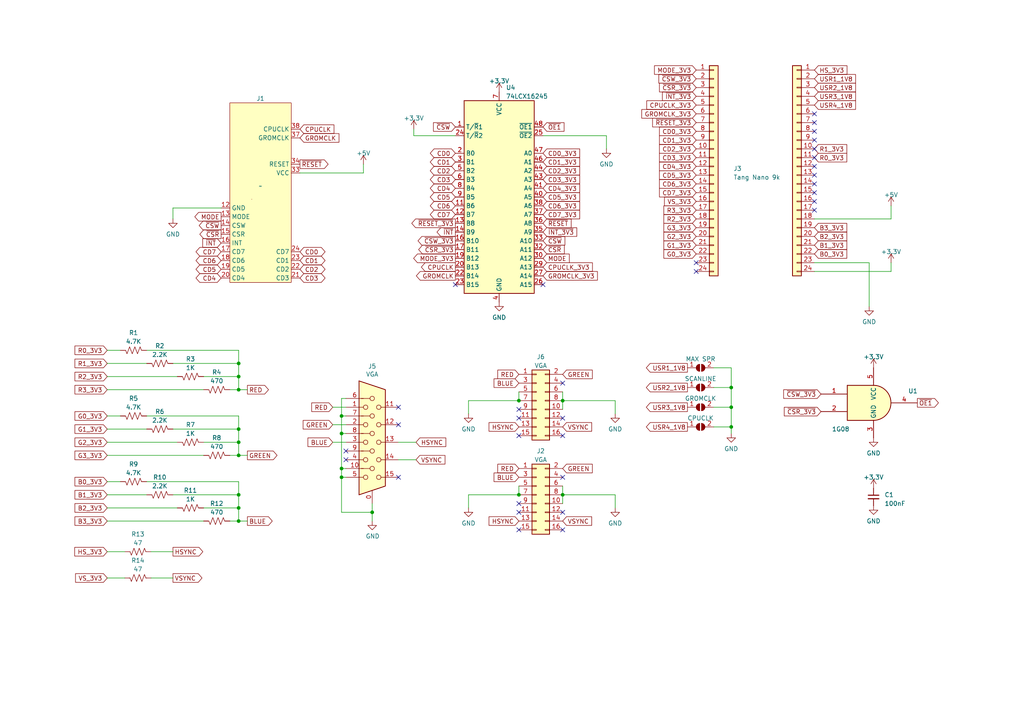
<source format=kicad_sch>
(kicad_sch (version 20230121) (generator eeschema)
  (paper "A4")
  (lib_symbols
    (symbol "74xGxx:74AHC1G08"
      (property "Reference" "U" (at -2.54 3.81 0))
      (property "Value" "74AHC1G08" (at 0 -3.81 0))
      (symbol "74AHC1G08_0_1"
        (arc (start 0 -5.08) (mid 5.0579 0) (end 0 5.08) (stroke (width 0.254)) (fill (type background)))
        (polyline (pts (xy 0 -5.08) (xy -7.62 -5.08) (xy -7.62 5.08) (xy 0 5.08)) (stroke (width 0.254)) (fill (type background)))
      )
      (symbol "74AHC1G08_1_1"
        (pin input line (at -15.24 2.54 0) (length 7.62) (name "~") (number "1"))
        (pin input line (at -15.24 -2.54 0) (length 7.62) (name "~") (number "2"))
        (pin power_in line (at 0 -10.16 90) (length 5.08) (name "GND") (number "3"))
        (pin output line (at 12.7 0 180) (length 7.62) (name "~") (number "4"))
        (pin power_in line (at 0 10.16 270) (length 5.08) (name "VCC") (number "5"))
      )
    )
    (symbol "74xx:MC74LCX16245DT"
      (property "Reference" "U" (at -10.16 29.21 0))
      (property "Value" "MC74LCX16245DT" (at 2.54 -29.21 0))
      (symbol "MC74LCX16245DT_0_1"
        (rectangle (start -10.16 27.94) (end 10.16 -27.94) (stroke (width 0.254)) (fill (type background)))
      )
      (symbol "MC74LCX16245DT_1_1"
        (pin input line (at -12.7 20.32 0) (length 2.54) (name "T/~{R}1") (number "1"))
        (pin passive line (at 0 -30.48 90) (length 2.54) hide (name "GND") (number "10"))
        (pin bidirectional line (at -12.7 -2.54 0) (length 2.54) (name "B6") (number "11"))
        (pin bidirectional line (at -12.7 -5.08 0) (length 2.54) (name "B7") (number "12"))
        (pin bidirectional line (at -12.7 -7.62 0) (length 2.54) (name "B8") (number "13"))
        (pin bidirectional line (at -12.7 -10.16 0) (length 2.54) (name "B9") (number "14"))
        (pin passive line (at 0 -30.48 90) (length 2.54) hide (name "GND") (number "15"))
        (pin bidirectional line (at -12.7 -12.7 0) (length 2.54) (name "B10") (number "16"))
        (pin bidirectional line (at -12.7 -15.24 0) (length 2.54) (name "B11") (number "17"))
        (pin passive line (at 0 30.48 270) (length 2.54) hide (name "VCC") (number "18"))
        (pin bidirectional line (at -12.7 -17.78 0) (length 2.54) (name "B12") (number "19"))
        (pin bidirectional line (at -12.7 12.7 0) (length 2.54) (name "B0") (number "2"))
        (pin bidirectional line (at -12.7 -20.32 0) (length 2.54) (name "B13") (number "20"))
        (pin passive line (at 0 -30.48 90) (length 2.54) hide (name "GND") (number "21"))
        (pin bidirectional line (at -12.7 -22.86 0) (length 2.54) (name "B14") (number "22"))
        (pin bidirectional line (at -12.7 -25.4 0) (length 2.54) (name "B15") (number "23"))
        (pin input line (at -12.7 17.78 0) (length 2.54) (name "T/~{R}2") (number "24"))
        (pin input line (at 12.7 17.78 180) (length 2.54) (name "~{OE2}") (number "25"))
        (pin bidirectional line (at 12.7 -25.4 180) (length 2.54) (name "A15") (number "26"))
        (pin bidirectional line (at 12.7 -22.86 180) (length 2.54) (name "A14") (number "27"))
        (pin passive line (at 0 -30.48 90) (length 2.54) hide (name "GND") (number "28"))
        (pin bidirectional line (at 12.7 -20.32 180) (length 2.54) (name "A13") (number "29"))
        (pin bidirectional line (at -12.7 10.16 0) (length 2.54) (name "B1") (number "3"))
        (pin bidirectional line (at 12.7 -17.78 180) (length 2.54) (name "A12") (number "30"))
        (pin passive line (at 0 30.48 270) (length 2.54) hide (name "VCC") (number "31"))
        (pin bidirectional line (at 12.7 -15.24 180) (length 2.54) (name "A11") (number "32"))
        (pin bidirectional line (at 12.7 -12.7 180) (length 2.54) (name "A10") (number "33"))
        (pin passive line (at 0 -30.48 90) (length 2.54) hide (name "GND") (number "34"))
        (pin bidirectional line (at 12.7 -10.16 180) (length 2.54) (name "A9") (number "35"))
        (pin bidirectional line (at 12.7 -7.62 180) (length 2.54) (name "A8") (number "36"))
        (pin bidirectional line (at 12.7 -5.08 180) (length 2.54) (name "A7") (number "37"))
        (pin bidirectional line (at 12.7 -2.54 180) (length 2.54) (name "A6") (number "38"))
        (pin passive line (at 0 -30.48 90) (length 2.54) hide (name "GND") (number "39"))
        (pin power_in line (at 0 -30.48 90) (length 2.54) (name "GND") (number "4"))
        (pin bidirectional line (at 12.7 0 180) (length 2.54) (name "A5") (number "40"))
        (pin bidirectional line (at 12.7 2.54 180) (length 2.54) (name "A4") (number "41"))
        (pin passive line (at 0 30.48 270) (length 2.54) hide (name "VCC") (number "42"))
        (pin bidirectional line (at 12.7 5.08 180) (length 2.54) (name "A3") (number "43"))
        (pin bidirectional line (at 12.7 7.62 180) (length 2.54) (name "A2") (number "44"))
        (pin passive line (at 0 -30.48 90) (length 2.54) hide (name "GND") (number "45"))
        (pin bidirectional line (at 12.7 10.16 180) (length 2.54) (name "A1") (number "46"))
        (pin bidirectional line (at 12.7 12.7 180) (length 2.54) (name "A0") (number "47"))
        (pin input line (at 12.7 20.32 180) (length 2.54) (name "~{OE1}") (number "48"))
        (pin bidirectional line (at -12.7 7.62 0) (length 2.54) (name "B2") (number "5"))
        (pin bidirectional line (at -12.7 5.08 0) (length 2.54) (name "B3") (number "6"))
        (pin power_in line (at 0 30.48 270) (length 2.54) (name "VCC") (number "7"))
        (pin bidirectional line (at -12.7 2.54 0) (length 2.54) (name "B4") (number "8"))
        (pin bidirectional line (at -12.7 0 0) (length 2.54) (name "B5") (number "9"))
      )
    )
    (symbol "Connector:DB15_Female_HighDensity_MountingHoles" (pin_names (offset 1.016) hide)
      (property "Reference" "J" (at 0 21.59 0))
      (property "Value" "DB15_Female_HighDensity_MountingHoles" (at 0 19.05 0))
      (symbol "DB15_Female_HighDensity_MountingHoles_0_1"
        (circle (center -1.905 -10.16) (radius 0.635))
        (circle (center -1.905 -5.08) (radius 0.635))
        (circle (center -1.905 0) (radius 0.635))
        (circle (center -1.905 5.08) (radius 0.635))
        (circle (center -1.905 10.16) (radius 0.635))
        (circle (center 0 -7.62) (radius 0.635))
        (circle (center 0 -2.54) (radius 0.635))
        (polyline (pts (xy -3.175 7.62) (xy -0.635 7.62)))
        (polyline (pts (xy -0.635 -7.62) (xy -3.175 -7.62)))
        (polyline (pts (xy -0.635 -2.54) (xy -3.175 -2.54)))
        (polyline (pts (xy -0.635 2.54) (xy -3.175 2.54)))
        (polyline (pts (xy -0.635 12.7) (xy -3.175 12.7)))
        (polyline (pts (xy -3.81 17.78) (xy -3.81 -15.24) (xy 3.81 -12.7) (xy 3.81 15.24) (xy -3.81 17.78)) (stroke (width 0.254)) (fill (type background)))
        (circle (center 0 2.54) (radius 0.635))
        (circle (center 0 7.62) (radius 0.635))
        (circle (center 0 12.7) (radius 0.635))
        (circle (center 1.905 -10.16) (radius 0.635))
        (circle (center 1.905 -5.08) (radius 0.635))
        (circle (center 1.905 0) (radius 0.635))
        (circle (center 1.905 5.08) (radius 0.635))
        (circle (center 1.905 10.16) (radius 0.635))
      )
      (symbol "DB15_Female_HighDensity_MountingHoles_1_1"
        (pin passive line (at 0 -17.78 90) (length 3.81) (name "~") (number "0"))
        (pin passive line (at -7.62 10.16 0) (length 5.08) (name "~") (number "1"))
        (pin passive line (at -7.62 -7.62 0) (length 5.08) (name "~") (number "10"))
        (pin passive line (at 7.62 10.16 180) (length 5.08) (name "~") (number "11"))
        (pin passive line (at 7.62 5.08 180) (length 5.08) (name "~") (number "12"))
        (pin passive line (at 7.62 0 180) (length 5.08) (name "~") (number "13"))
        (pin passive line (at 7.62 -5.08 180) (length 5.08) (name "~") (number "14"))
        (pin passive line (at 7.62 -10.16 180) (length 5.08) (name "~") (number "15"))
        (pin passive line (at -7.62 5.08 0) (length 5.08) (name "~") (number "2"))
        (pin passive line (at -7.62 0 0) (length 5.08) (name "~") (number "3"))
        (pin passive line (at -7.62 -5.08 0) (length 5.08) (name "~") (number "4"))
        (pin passive line (at -7.62 -10.16 0) (length 5.08) (name "~") (number "5"))
        (pin passive line (at -7.62 12.7 0) (length 5.08) (name "~") (number "6"))
        (pin passive line (at -7.62 7.62 0) (length 5.08) (name "~") (number "7"))
        (pin passive line (at -7.62 2.54 0) (length 5.08) (name "~") (number "8"))
        (pin passive line (at -7.62 -2.54 0) (length 5.08) (name "~") (number "9"))
      )
    )
    (symbol "Connector_Generic:Conn_01x24" (pin_names (offset 1.016) hide)
      (property "Reference" "J" (at 0 30.48 0))
      (property "Value" "Conn_01x24" (at 0 -33.02 0))
      (symbol "Conn_01x24_1_1"
        (rectangle (start -1.27 -30.353) (end 0 -30.607) (stroke (width 0.1524)))
        (rectangle (start -1.27 -27.813) (end 0 -28.067) (stroke (width 0.1524)))
        (rectangle (start -1.27 -25.273) (end 0 -25.527) (stroke (width 0.1524)))
        (rectangle (start -1.27 -22.733) (end 0 -22.987) (stroke (width 0.1524)))
        (rectangle (start -1.27 -20.193) (end 0 -20.447) (stroke (width 0.1524)))
        (rectangle (start -1.27 -17.653) (end 0 -17.907) (stroke (width 0.1524)))
        (rectangle (start -1.27 -15.113) (end 0 -15.367) (stroke (width 0.1524)))
        (rectangle (start -1.27 -12.573) (end 0 -12.827) (stroke (width 0.1524)))
        (rectangle (start -1.27 -10.033) (end 0 -10.287) (stroke (width 0.1524)))
        (rectangle (start -1.27 -7.493) (end 0 -7.747) (stroke (width 0.1524)))
        (rectangle (start -1.27 -4.953) (end 0 -5.207) (stroke (width 0.1524)))
        (rectangle (start -1.27 -2.413) (end 0 -2.667) (stroke (width 0.1524)))
        (rectangle (start -1.27 0.127) (end 0 -0.127) (stroke (width 0.1524)))
        (rectangle (start -1.27 2.667) (end 0 2.413) (stroke (width 0.1524)))
        (rectangle (start -1.27 5.207) (end 0 4.953) (stroke (width 0.1524)))
        (rectangle (start -1.27 7.747) (end 0 7.493) (stroke (width 0.1524)))
        (rectangle (start -1.27 10.287) (end 0 10.033) (stroke (width 0.1524)))
        (rectangle (start -1.27 12.827) (end 0 12.573) (stroke (width 0.1524)))
        (rectangle (start -1.27 15.367) (end 0 15.113) (stroke (width 0.1524)))
        (rectangle (start -1.27 17.907) (end 0 17.653) (stroke (width 0.1524)))
        (rectangle (start -1.27 20.447) (end 0 20.193) (stroke (width 0.1524)))
        (rectangle (start -1.27 22.987) (end 0 22.733) (stroke (width 0.1524)))
        (rectangle (start -1.27 25.527) (end 0 25.273) (stroke (width 0.1524)))
        (rectangle (start -1.27 28.067) (end 0 27.813) (stroke (width 0.1524)))
        (rectangle (start -1.27 29.21) (end 1.27 -31.75) (stroke (width 0.254)) (fill (type background)))
        (pin passive line (at -5.08 27.94 0) (length 3.81) (name "Pin_1") (number "1"))
        (pin passive line (at -5.08 5.08 0) (length 3.81) (name "Pin_10") (number "10"))
        (pin passive line (at -5.08 2.54 0) (length 3.81) (name "Pin_11") (number "11"))
        (pin passive line (at -5.08 0 0) (length 3.81) (name "Pin_12") (number "12"))
        (pin passive line (at -5.08 -2.54 0) (length 3.81) (name "Pin_13") (number "13"))
        (pin passive line (at -5.08 -5.08 0) (length 3.81) (name "Pin_14") (number "14"))
        (pin passive line (at -5.08 -7.62 0) (length 3.81) (name "Pin_15") (number "15"))
        (pin passive line (at -5.08 -10.16 0) (length 3.81) (name "Pin_16") (number "16"))
        (pin passive line (at -5.08 -12.7 0) (length 3.81) (name "Pin_17") (number "17"))
        (pin passive line (at -5.08 -15.24 0) (length 3.81) (name "Pin_18") (number "18"))
        (pin passive line (at -5.08 -17.78 0) (length 3.81) (name "Pin_19") (number "19"))
        (pin passive line (at -5.08 25.4 0) (length 3.81) (name "Pin_2") (number "2"))
        (pin passive line (at -5.08 -20.32 0) (length 3.81) (name "Pin_20") (number "20"))
        (pin passive line (at -5.08 -22.86 0) (length 3.81) (name "Pin_21") (number "21"))
        (pin passive line (at -5.08 -25.4 0) (length 3.81) (name "Pin_22") (number "22"))
        (pin passive line (at -5.08 -27.94 0) (length 3.81) (name "Pin_23") (number "23"))
        (pin passive line (at -5.08 -30.48 0) (length 3.81) (name "Pin_24") (number "24"))
        (pin passive line (at -5.08 22.86 0) (length 3.81) (name "Pin_3") (number "3"))
        (pin passive line (at -5.08 20.32 0) (length 3.81) (name "Pin_4") (number "4"))
        (pin passive line (at -5.08 17.78 0) (length 3.81) (name "Pin_5") (number "5"))
        (pin passive line (at -5.08 15.24 0) (length 3.81) (name "Pin_6") (number "6"))
        (pin passive line (at -5.08 12.7 0) (length 3.81) (name "Pin_7") (number "7"))
        (pin passive line (at -5.08 10.16 0) (length 3.81) (name "Pin_8") (number "8"))
        (pin passive line (at -5.08 7.62 0) (length 3.81) (name "Pin_9") (number "9"))
      )
    )
    (symbol "Connector_Generic:Conn_02x08_Odd_Even" (pin_names (offset 1.016) hide)
      (property "Reference" "J" (at 1.27 10.16 0))
      (property "Value" "Conn_02x08_Odd_Even" (at 1.27 -12.7 0))
      (symbol "Conn_02x08_Odd_Even_1_1"
        (rectangle (start -1.27 -10.033) (end 0 -10.287) (stroke (width 0.1524)))
        (rectangle (start -1.27 -7.493) (end 0 -7.747) (stroke (width 0.1524)))
        (rectangle (start -1.27 -4.953) (end 0 -5.207) (stroke (width 0.1524)))
        (rectangle (start -1.27 -2.413) (end 0 -2.667) (stroke (width 0.1524)))
        (rectangle (start -1.27 0.127) (end 0 -0.127) (stroke (width 0.1524)))
        (rectangle (start -1.27 2.667) (end 0 2.413) (stroke (width 0.1524)))
        (rectangle (start -1.27 5.207) (end 0 4.953) (stroke (width 0.1524)))
        (rectangle (start -1.27 7.747) (end 0 7.493) (stroke (width 0.1524)))
        (rectangle (start -1.27 8.89) (end 3.81 -11.43) (stroke (width 0.254)) (fill (type background)))
        (rectangle (start 3.81 -10.033) (end 2.54 -10.287) (stroke (width 0.1524)))
        (rectangle (start 3.81 -7.493) (end 2.54 -7.747) (stroke (width 0.1524)))
        (rectangle (start 3.81 -4.953) (end 2.54 -5.207) (stroke (width 0.1524)))
        (rectangle (start 3.81 -2.413) (end 2.54 -2.667) (stroke (width 0.1524)))
        (rectangle (start 3.81 0.127) (end 2.54 -0.127) (stroke (width 0.1524)))
        (rectangle (start 3.81 2.667) (end 2.54 2.413) (stroke (width 0.1524)))
        (rectangle (start 3.81 5.207) (end 2.54 4.953) (stroke (width 0.1524)))
        (rectangle (start 3.81 7.747) (end 2.54 7.493) (stroke (width 0.1524)))
        (pin passive line (at -5.08 7.62 0) (length 3.81) (name "Pin_1") (number "1"))
        (pin passive line (at 7.62 -2.54 180) (length 3.81) (name "Pin_10") (number "10"))
        (pin passive line (at -5.08 -5.08 0) (length 3.81) (name "Pin_11") (number "11"))
        (pin passive line (at 7.62 -5.08 180) (length 3.81) (name "Pin_12") (number "12"))
        (pin passive line (at -5.08 -7.62 0) (length 3.81) (name "Pin_13") (number "13"))
        (pin passive line (at 7.62 -7.62 180) (length 3.81) (name "Pin_14") (number "14"))
        (pin passive line (at -5.08 -10.16 0) (length 3.81) (name "Pin_15") (number "15"))
        (pin passive line (at 7.62 -10.16 180) (length 3.81) (name "Pin_16") (number "16"))
        (pin passive line (at 7.62 7.62 180) (length 3.81) (name "Pin_2") (number "2"))
        (pin passive line (at -5.08 5.08 0) (length 3.81) (name "Pin_3") (number "3"))
        (pin passive line (at 7.62 5.08 180) (length 3.81) (name "Pin_4") (number "4"))
        (pin passive line (at -5.08 2.54 0) (length 3.81) (name "Pin_5") (number "5"))
        (pin passive line (at 7.62 2.54 180) (length 3.81) (name "Pin_6") (number "6"))
        (pin passive line (at -5.08 0 0) (length 3.81) (name "Pin_7") (number "7"))
        (pin passive line (at 7.62 0 180) (length 3.81) (name "Pin_8") (number "8"))
        (pin passive line (at -5.08 -2.54 0) (length 3.81) (name "Pin_9") (number "9"))
      )
    )
    (symbol "Device:C_Small" (pin_numbers hide) (pin_names (offset 0.254) hide)
      (property "Reference" "C" (at 0.254 1.778 0))
      (property "Value" "C_Small" (at 0.254 -2.032 0))
      (symbol "C_Small_0_1"
        (polyline (pts (xy -1.524 -0.508) (xy 1.524 -0.508)) (stroke (width 0.3302)))
        (polyline (pts (xy -1.524 0.508) (xy 1.524 0.508)) (stroke (width 0.3048)))
      )
      (symbol "C_Small_1_1"
        (pin passive line (at 0 2.54 270) (length 2.032) (name "~") (number "1"))
        (pin passive line (at 0 -2.54 90) (length 2.032) (name "~") (number "2"))
      )
    )
    (symbol "Device:R_US" (pin_numbers hide) (pin_names (offset 0))
      (property "Reference" "R" (at 2.54 0 90))
      (property "Value" "R_US" (at -2.54 0 90))
      (symbol "R_US_0_1"
        (polyline (pts (xy 0 -2.286) (xy 0 -2.54)))
        (polyline (pts (xy 0 2.286) (xy 0 2.54)))
        (polyline (pts (xy 0 -0.762) (xy 1.016 -1.143) (xy 0 -1.524) (xy -1.016 -1.905) (xy 0 -2.286)))
        (polyline (pts (xy 0 0.762) (xy 1.016 0.381) (xy 0 0) (xy -1.016 -0.381) (xy 0 -0.762)))
        (polyline (pts (xy 0 2.286) (xy 1.016 1.905) (xy 0 1.524) (xy -1.016 1.143) (xy 0 0.762)))
      )
      (symbol "R_US_1_1"
        (pin passive line (at 0 3.81 270) (length 1.27) (name "~") (number "1"))
        (pin passive line (at 0 -3.81 90) (length 1.27) (name "~") (number "2"))
      )
    )
    (symbol "SolderJumper_2_Open_1" (pin_names (offset 0) hide)
      (symbol "SolderJumper_2_Open_1_0_1"
        (arc (start -0.254 1.016) (mid -1.2656 0) (end -0.254 -1.016))
        (arc (start -0.254 1.016) (mid -1.2656 0) (end -0.254 -1.016) (fill (type outline)))
        (polyline (pts (xy -0.254 1.016) (xy -0.254 -1.016)))
        (polyline (pts (xy 0.254 1.016) (xy 0.254 -1.016)))
        (arc (start 0.254 -1.016) (mid 1.2656 0) (end 0.254 1.016))
        (arc (start 0.254 -1.016) (mid 1.2656 0) (end 0.254 1.016) (fill (type outline)))
      )
      (symbol "SolderJumper_2_Open_1_1_1"
        (pin passive line (at -3.81 0 0) (length 2.54) (name "A") (number "1"))
        (pin passive line (at 3.81 0 180) (length 2.54) (name "B") (number "2"))
      )
    )
    (symbol "f18a_tn9k:TMS99xxA_Replacement"
      (property "Reference" "J" (at 0 0 0))
      (symbol "TMS99xxA_Replacement_0_1"
        (rectangle (start -2.54 -3.81) (end -2.54 -3.81))
      )
      (symbol "TMS99xxA_Replacement_1_1"
        (rectangle (start -8.89 24.13) (end 8.89 -27.94) (fill (type background)))
        (pin power_out line (at -11.43 -6.35 0) (length 2.54) (name "GND") (number "12"))
        (pin output line (at -11.43 -8.89 0) (length 2.54) (name "MODE") (number "13"))
        (pin output line (at -11.43 -11.43 0) (length 2.54) (name "CSW") (number "14"))
        (pin output line (at -11.43 -13.97 0) (length 2.54) (name "CSR") (number "15"))
        (pin input line (at -11.43 -16.51 0) (length 2.54) (name "INT") (number "16"))
        (pin bidirectional line (at -11.43 -19.05 0) (length 2.54) (name "CD7") (number "17"))
        (pin bidirectional line (at -11.43 -21.59 0) (length 2.54) (name "CD6") (number "18"))
        (pin bidirectional line (at -11.43 -24.13 0) (length 2.54) (name "CD5") (number "19"))
        (pin bidirectional line (at -11.43 -26.67 0) (length 2.54) (name "CD4") (number "20"))
        (pin bidirectional line (at 11.43 -26.67 180) (length 2.54) (name "CD3") (number "21"))
        (pin bidirectional line (at 11.43 -24.13 180) (length 2.54) (name "CD2") (number "22"))
        (pin bidirectional line (at 11.43 -21.59 180) (length 2.54) (name "CD1") (number "23"))
        (pin bidirectional line (at 11.43 -19.05 180) (length 2.54) (name "CD7") (number "24"))
        (pin power_out line (at 11.43 3.81 180) (length 2.54) (name "VCC") (number "33"))
        (pin output line (at 11.43 6.35 180) (length 2.54) (name "RESET") (number "34"))
        (pin input line (at 11.43 13.97 180) (length 2.54) (name "GROMCLK") (number "37"))
        (pin input line (at 11.43 16.51 180) (length 2.54) (name "CPUCLK") (number "38"))
      )
    )
    (symbol "power:+3.3V" (power) (pin_names (offset 0))
      (property "Value" "+3.3V" (at 0 3.556 0))
      (symbol "+3.3V_0_1"
        (polyline (pts (xy -0.762 1.27) (xy 0 2.54)))
        (polyline (pts (xy 0 0) (xy 0 2.54)))
        (polyline (pts (xy 0 2.54) (xy 0.762 1.27)))
      )
      (symbol "+3.3V_1_1"
        (pin power_in line (at 0 0 90) (length 0) hide (name "+3.3V") (number "1"))
      )
    )
    (symbol "power:+5V" (power) (pin_names (offset 0))
      (property "Value" "+5V" (at 0 3.556 0))
      (symbol "+5V_0_1"
        (polyline (pts (xy -0.762 1.27) (xy 0 2.54)))
        (polyline (pts (xy 0 0) (xy 0 2.54)))
        (polyline (pts (xy 0 2.54) (xy 0.762 1.27)))
      )
      (symbol "+5V_1_1"
        (pin power_in line (at 0 0 90) (length 0) hide (name "+5V") (number "1"))
      )
    )
    (symbol "power:GND" (power) (pin_names (offset 0))
      (property "Value" "GND" (at 0 -3.81 0))
      (symbol "GND_0_1"
        (polyline (pts (xy 0 0) (xy 0 -1.27) (xy 1.27 -1.27) (xy 0 -2.54) (xy -1.27 -1.27) (xy 0 -1.27)))
      )
      (symbol "GND_1_1"
        (pin power_in line (at 0 0 270) (length 0) hide (name "GND") (number "1"))
      )
    )
  )
  (junction (at 107.95 148.59))
  (junction (at 69.215 124.46))
  (junction (at 69.215 151.13))
  (junction (at 150.495 116.205))
  (junction (at 99.06 135.89))
  (junction (at 99.06 138.43))
  (junction (at 99.06 125.73))
  (junction (at 212.09 118.11))
  (junction (at 69.215 113.03))
  (junction (at 69.215 105.41))
  (junction (at 163.195 143.51))
  (junction (at 69.215 109.22))
  (junction (at 163.195 116.205))
  (junction (at 212.09 123.825))
  (junction (at 69.215 147.32))
  (junction (at 150.495 143.51))
  (junction (at 212.09 112.395))
  (junction (at 69.215 143.51))
  (junction (at 69.215 128.27))
  (junction (at 99.06 120.65))
  (junction (at 69.215 132.08))
  (no_connect (at 150.495 121.285))
  (no_connect (at 132.08 82.55))
  (no_connect (at 236.22 43.18))
  (no_connect (at 163.195 111.125))
  (no_connect (at 236.22 35.56))
  (no_connect (at 236.22 55.88))
  (no_connect (at 150.495 146.05))
  (no_connect (at 236.22 38.1))
  (no_connect (at 236.22 48.26))
  (no_connect (at 236.22 58.42))
  (no_connect (at 236.22 50.8))
  (no_connect (at 163.195 148.59))
  (no_connect (at 163.195 121.285))
  (no_connect (at 115.57 118.11))
  (no_connect (at 236.22 33.02))
  (no_connect (at 163.195 138.43))
  (no_connect (at 201.93 78.74))
  (no_connect (at 236.22 53.34))
  (no_connect (at 150.495 118.745))
  (no_connect (at 115.57 123.19))
  (no_connect (at 100.33 130.81))
  (no_connect (at 157.48 82.55))
  (no_connect (at 236.22 45.72))
  (no_connect (at 163.195 153.67))
  (no_connect (at 163.195 126.365))
  (no_connect (at 150.495 126.365))
  (no_connect (at 236.22 60.96))
  (no_connect (at 115.57 138.43))
  (no_connect (at 150.495 153.67))
  (no_connect (at 150.495 148.59))
  (no_connect (at 100.33 133.35))
  (no_connect (at 201.93 76.2))
  (no_connect (at 236.22 40.64))
  (wire (pts (xy 69.215 143.51) (xy 69.215 139.7)))
  (wire (pts (xy 107.95 151.13) (xy 107.95 148.59)))
  (wire (pts (xy 135.89 120.015) (xy 135.89 116.205)))
  (wire (pts (xy 258.445 78.74) (xy 258.445 76.2)))
  (wire (pts (xy 107.95 148.59) (xy 107.95 146.05)))
  (wire (pts (xy 50.165 60.325) (xy 50.165 63.5)))
  (wire (pts (xy 69.215 120.65) (xy 42.545 120.65)))
  (wire (pts (xy 175.895 39.37) (xy 175.895 43.18)))
  (wire (pts (xy 69.215 132.08) (xy 66.675 132.08)))
  (wire (pts (xy 150.495 140.97) (xy 150.495 143.51)))
  (wire (pts (xy 157.48 39.37) (xy 175.895 39.37)))
  (wire (pts (xy 252.095 76.2) (xy 252.095 88.9)))
  (wire (pts (xy 99.06 138.43) (xy 99.06 148.59)))
  (wire (pts (xy 69.215 128.27) (xy 69.215 124.46)))
  (wire (pts (xy 50.165 167.64) (xy 43.815 167.64)))
  (wire (pts (xy 99.06 135.89) (xy 99.06 138.43)))
  (wire (pts (xy 212.09 118.11) (xy 212.09 123.825)))
  (wire (pts (xy 50.165 160.02) (xy 43.815 160.02)))
  (wire (pts (xy 212.09 106.68) (xy 212.09 112.395)))
  (wire (pts (xy 100.33 115.57) (xy 99.06 115.57)))
  (wire (pts (xy 34.925 139.7) (xy 31.115 139.7)))
  (wire (pts (xy 100.33 135.89) (xy 99.06 135.89)))
  (wire (pts (xy 59.055 128.27) (xy 69.215 128.27)))
  (wire (pts (xy 69.215 147.32) (xy 69.215 151.13)))
  (wire (pts (xy 163.195 113.665) (xy 163.195 116.205)))
  (wire (pts (xy 100.33 120.65) (xy 99.06 120.65)))
  (wire (pts (xy 163.195 143.51) (xy 163.195 146.05)))
  (wire (pts (xy 99.06 148.59) (xy 107.95 148.59)))
  (wire (pts (xy 51.435 109.22) (xy 31.115 109.22)))
  (wire (pts (xy 135.89 143.51) (xy 150.495 143.51)))
  (wire (pts (xy 212.09 123.825) (xy 212.09 125.73)))
  (wire (pts (xy 71.755 151.13) (xy 69.215 151.13)))
  (wire (pts (xy 64.135 60.325) (xy 50.165 60.325)))
  (wire (pts (xy 69.215 101.6) (xy 42.545 101.6)))
  (wire (pts (xy 178.435 147.32) (xy 178.435 143.51)))
  (wire (pts (xy 96.52 123.19) (xy 100.33 123.19)))
  (wire (pts (xy 207.01 112.395) (xy 212.09 112.395)))
  (wire (pts (xy 135.89 147.32) (xy 135.89 143.51)))
  (wire (pts (xy 105.41 50.165) (xy 105.41 47.625)))
  (wire (pts (xy 69.215 113.03) (xy 66.675 113.03)))
  (wire (pts (xy 59.055 109.22) (xy 69.215 109.22)))
  (wire (pts (xy 69.215 105.41) (xy 69.215 101.6)))
  (wire (pts (xy 236.22 78.74) (xy 258.445 78.74)))
  (wire (pts (xy 59.055 132.08) (xy 31.115 132.08)))
  (wire (pts (xy 36.195 160.02) (xy 31.115 160.02)))
  (wire (pts (xy 100.33 138.43) (xy 99.06 138.43)))
  (wire (pts (xy 135.89 116.205) (xy 150.495 116.205)))
  (wire (pts (xy 96.52 118.11) (xy 100.33 118.11)))
  (wire (pts (xy 236.22 63.5) (xy 258.445 63.5)))
  (wire (pts (xy 99.06 115.57) (xy 99.06 120.65)))
  (wire (pts (xy 120.65 133.35) (xy 115.57 133.35)))
  (wire (pts (xy 150.495 113.665) (xy 150.495 116.205)))
  (wire (pts (xy 178.435 116.205) (xy 163.195 116.205)))
  (wire (pts (xy 212.09 112.395) (xy 212.09 118.11)))
  (wire (pts (xy 51.435 147.32) (xy 31.115 147.32)))
  (wire (pts (xy 236.22 76.2) (xy 252.095 76.2)))
  (wire (pts (xy 115.57 128.27) (xy 120.65 128.27)))
  (wire (pts (xy 69.215 147.32) (xy 69.215 143.51)))
  (wire (pts (xy 178.435 143.51) (xy 163.195 143.51)))
  (wire (pts (xy 207.01 118.11) (xy 212.09 118.11)))
  (wire (pts (xy 42.545 124.46) (xy 31.115 124.46)))
  (wire (pts (xy 71.755 113.03) (xy 69.215 113.03)))
  (wire (pts (xy 99.06 120.65) (xy 99.06 125.73)))
  (wire (pts (xy 69.215 109.22) (xy 69.215 105.41)))
  (wire (pts (xy 258.445 63.5) (xy 258.445 59.69)))
  (wire (pts (xy 99.06 125.73) (xy 99.06 135.89)))
  (wire (pts (xy 59.055 113.03) (xy 31.115 113.03)))
  (wire (pts (xy 178.435 120.015) (xy 178.435 116.205)))
  (wire (pts (xy 69.215 124.46) (xy 69.215 120.65)))
  (wire (pts (xy 34.925 101.6) (xy 31.115 101.6)))
  (wire (pts (xy 69.215 151.13) (xy 66.675 151.13)))
  (wire (pts (xy 100.33 125.73) (xy 99.06 125.73)))
  (wire (pts (xy 69.215 143.51) (xy 50.165 143.51)))
  (wire (pts (xy 42.545 143.51) (xy 31.115 143.51)))
  (wire (pts (xy 120.015 39.37) (xy 132.08 39.37)))
  (wire (pts (xy 69.215 128.27) (xy 69.215 132.08)))
  (wire (pts (xy 207.01 123.825) (xy 212.09 123.825)))
  (wire (pts (xy 86.995 50.165) (xy 105.41 50.165)))
  (wire (pts (xy 34.925 120.65) (xy 31.115 120.65)))
  (wire (pts (xy 69.215 105.41) (xy 50.165 105.41)))
  (wire (pts (xy 71.755 132.08) (xy 69.215 132.08)))
  (wire (pts (xy 59.055 151.13) (xy 31.115 151.13)))
  (wire (pts (xy 163.195 140.97) (xy 163.195 143.51)))
  (wire (pts (xy 163.195 116.205) (xy 163.195 118.745)))
  (wire (pts (xy 51.435 128.27) (xy 31.115 128.27)))
  (wire (pts (xy 69.215 139.7) (xy 42.545 139.7)))
  (wire (pts (xy 207.01 106.68) (xy 212.09 106.68)))
  (wire (pts (xy 69.215 124.46) (xy 50.165 124.46)))
  (wire (pts (xy 100.33 128.27) (xy 96.52 128.27)))
  (wire (pts (xy 42.545 105.41) (xy 31.115 105.41)))
  (wire (pts (xy 120.015 37.465) (xy 120.015 39.37)))
  (wire (pts (xy 36.195 167.64) (xy 31.115 167.64)))
  (wire (pts (xy 59.055 147.32) (xy 69.215 147.32)))
  (wire (pts (xy 69.215 109.22) (xy 69.215 113.03)))
  (global_label "R2_3V3" (shape input) (at 31.115 109.22 180) (property "Intersheetrefs" "${INTERSHEET_REFS}" (effects hide)))
  (global_label "CD6" (shape bidirectional) (at 132.08 59.69 180) (property "Intersheetrefs" "${INTERSHEET_REFS}" (effects hide)))
  (global_label "CD5" (shape bidirectional) (at 132.08 57.15 180) (property "Intersheetrefs" "${INTERSHEET_REFS}" (effects hide)))
  (global_label "B1_3V3" (shape input) (at 31.115 143.51 180) (property "Intersheetrefs" "${INTERSHEET_REFS}" (effects hide)))
  (global_label "CPUCLK_3V3" (shape input) (at 157.48 77.47 0) (property "Intersheetrefs" "${INTERSHEET_REFS}" (effects hide)))
  (global_label "GREEN" (shape input) (at 96.52 123.19 180) (property "Intersheetrefs" "${INTERSHEET_REFS}" (effects hide)))
  (global_label "R0_3V3" (shape input) (at 31.115 101.6 180) (property "Intersheetrefs" "${INTERSHEET_REFS}" (effects hide)))
  (global_label "B1_3V3" (shape input) (at 236.22 71.12 0) (property "Intersheetrefs" "${INTERSHEET_REFS}" (effects hide)))
  (global_label "~{RESET_3V3}" (shape input) (at 201.93 35.56 180) (property "Intersheetrefs" "${INTERSHEET_REFS}" (effects hide)))
  (global_label "B3_3V3" (shape input) (at 31.115 151.13 180) (property "Intersheetrefs" "${INTERSHEET_REFS}" (effects hide)))
  (global_label "G0_3V3" (shape input) (at 201.93 73.66 180) (property "Intersheetrefs" "${INTERSHEET_REFS}" (effects hide)))
  (global_label "GREEN" (shape input) (at 163.195 108.585 0) (property "Intersheetrefs" "${INTERSHEET_REFS}" (effects hide)))
  (global_label "GREEN" (shape input) (at 163.195 135.89 0) (property "Intersheetrefs" "${INTERSHEET_REFS}" (effects hide)))
  (global_label "RED" (shape input) (at 150.495 135.89 180) (property "Intersheetrefs" "${INTERSHEET_REFS}" (effects hide)))
  (global_label "BLUE" (shape input) (at 150.495 111.125 180) (property "Intersheetrefs" "${INTERSHEET_REFS}" (effects hide)))
  (global_label "GROMCLK_3V3" (shape input) (at 201.93 33.02 180) (property "Intersheetrefs" "${INTERSHEET_REFS}" (effects hide)))
  (global_label "~{CSR}" (shape input) (at 157.48 72.39 0) (property "Intersheetrefs" "${INTERSHEET_REFS}" (effects hide)))
  (global_label "CD7_3V3" (shape input) (at 201.93 55.88 180) (property "Intersheetrefs" "${INTERSHEET_REFS}" (effects hide)))
  (global_label "B0_3V3" (shape input) (at 236.22 73.66 0) (property "Intersheetrefs" "${INTERSHEET_REFS}" (effects hide)))
  (global_label "~{CSW}" (shape output) (at 64.135 65.405 180) (property "Intersheetrefs" "${INTERSHEET_REFS}" (effects hide)))
  (global_label "GROMCLK" (shape output) (at 132.08 80.01 180) (property "Intersheetrefs" "${INTERSHEET_REFS}" (effects hide)))
  (global_label "~{CSR}" (shape output) (at 64.135 67.945 180) (property "Intersheetrefs" "${INTERSHEET_REFS}" (effects hide)))
  (global_label "G2_3V3" (shape input) (at 31.115 128.27 180) (property "Intersheetrefs" "${INTERSHEET_REFS}" (effects hide)))
  (global_label "CD0_3V3" (shape input) (at 201.93 38.1 180) (property "Intersheetrefs" "${INTERSHEET_REFS}" (effects hide)))
  (global_label "RED" (shape input) (at 96.52 118.11 180) (property "Intersheetrefs" "${INTERSHEET_REFS}" (effects hide)))
  (global_label "CPUCLK_3V3" (shape input) (at 201.93 30.48 180) (property "Intersheetrefs" "${INTERSHEET_REFS}" (effects hide)))
  (global_label "CD1_3V3" (shape input) (at 157.48 46.99 0) (property "Intersheetrefs" "${INTERSHEET_REFS}" (effects hide)))
  (global_label "CD0_3V3" (shape input) (at 157.48 44.45 0) (property "Intersheetrefs" "${INTERSHEET_REFS}" (effects hide)))
  (global_label "R1_3V3" (shape input) (at 236.22 43.18 0) (property "Intersheetrefs" "${INTERSHEET_REFS}" (effects hide)))
  (global_label "USR1_1V8" (shape output) (at 199.39 106.68 180) (property "Intersheetrefs" "${INTERSHEET_REFS}" (effects hide)))
  (global_label "BLUE" (shape output) (at 71.755 151.13 0) (property "Intersheetrefs" "${INTERSHEET_REFS}" (effects hide)))
  (global_label "MODE" (shape output) (at 64.135 62.865 180) (property "Intersheetrefs" "${INTERSHEET_REFS}" (effects hide)))
  (global_label "VSYNC" (shape input) (at 120.65 133.35 0) (property "Intersheetrefs" "${INTERSHEET_REFS}" (effects hide)))
  (global_label "R2_3V3" (shape input) (at 201.93 63.5 180) (property "Intersheetrefs" "${INTERSHEET_REFS}" (effects hide)))
  (global_label "~{CSR_3V3}" (shape input) (at 201.93 25.4 180) (property "Intersheetrefs" "${INTERSHEET_REFS}" (effects hide)))
  (global_label "~{CSW}" (shape input) (at 132.08 36.83 180) (property "Intersheetrefs" "${INTERSHEET_REFS}" (effects hide)))
  (global_label "CD3" (shape bidirectional) (at 132.08 52.07 180) (property "Intersheetrefs" "${INTERSHEET_REFS}" (effects hide)))
  (global_label "GROMCLK" (shape input) (at 86.995 40.005 0) (property "Intersheetrefs" "${INTERSHEET_REFS}" (effects hide)))
  (global_label "HSYNC" (shape input) (at 150.495 151.13 180) (property "Intersheetrefs" "${INTERSHEET_REFS}" (effects hide)))
  (global_label "CD3_3V3" (shape input) (at 201.93 45.72 180) (property "Intersheetrefs" "${INTERSHEET_REFS}" (effects hide)))
  (global_label "CD0" (shape bidirectional) (at 132.08 44.45 180) (property "Intersheetrefs" "${INTERSHEET_REFS}" (effects hide)))
  (global_label "CD2" (shape bidirectional) (at 86.995 78.105 0) (property "Intersheetrefs" "${INTERSHEET_REFS}" (effects hide)))
  (global_label "B3_3V3" (shape input) (at 236.22 66.04 0) (property "Intersheetrefs" "${INTERSHEET_REFS}" (effects hide)))
  (global_label "~{INT}" (shape input) (at 64.135 70.485 180) (property "Intersheetrefs" "${INTERSHEET_REFS}" (effects hide)))
  (global_label "CD5" (shape bidirectional) (at 64.135 78.105 180) (property "Intersheetrefs" "${INTERSHEET_REFS}" (effects hide)))
  (global_label "VSYNC" (shape input) (at 163.195 123.825 0) (property "Intersheetrefs" "${INTERSHEET_REFS}" (effects hide)))
  (global_label "CD7" (shape bidirectional) (at 64.135 73.025 180) (property "Intersheetrefs" "${INTERSHEET_REFS}" (effects hide)))
  (global_label "G1_3V3" (shape input) (at 31.115 124.46 180) (property "Intersheetrefs" "${INTERSHEET_REFS}" (effects hide)))
  (global_label "VSYNC" (shape input) (at 163.195 151.13 0) (property "Intersheetrefs" "${INTERSHEET_REFS}" (effects hide)))
  (global_label "CD7" (shape bidirectional) (at 132.08 62.23 180) (property "Intersheetrefs" "${INTERSHEET_REFS}" (effects hide)))
  (global_label "G0_3V3" (shape input) (at 31.115 120.65 180) (property "Intersheetrefs" "${INTERSHEET_REFS}" (effects hide)))
  (global_label "~{INT}" (shape output) (at 132.08 67.31 180) (property "Intersheetrefs" "${INTERSHEET_REFS}" (effects hide)))
  (global_label "CD6" (shape bidirectional) (at 64.135 75.565 180) (property "Intersheetrefs" "${INTERSHEET_REFS}" (effects hide)))
  (global_label "USR3_1V8" (shape input) (at 236.22 27.94 0) (property "Intersheetrefs" "${INTERSHEET_REFS}" (effects hide)))
  (global_label "CD4" (shape bidirectional) (at 132.08 54.61 180) (property "Intersheetrefs" "${INTERSHEET_REFS}" (effects hide)))
  (global_label "RED" (shape input) (at 150.495 108.585 180) (property "Intersheetrefs" "${INTERSHEET_REFS}" (effects hide)))
  (global_label "GREEN" (shape output) (at 71.755 132.08 0) (property "Intersheetrefs" "${INTERSHEET_REFS}" (effects hide)))
  (global_label "CD4_3V3" (shape input) (at 157.48 54.61 0) (property "Intersheetrefs" "${INTERSHEET_REFS}" (effects hide)))
  (global_label "CD3_3V3" (shape input) (at 157.48 52.07 0) (property "Intersheetrefs" "${INTERSHEET_REFS}" (effects hide)))
  (global_label "G2_3V3" (shape input) (at 201.93 68.58 180) (property "Intersheetrefs" "${INTERSHEET_REFS}" (effects hide)))
  (global_label "CD2" (shape bidirectional) (at 132.08 49.53 180) (property "Intersheetrefs" "${INTERSHEET_REFS}" (effects hide)))
  (global_label "CD1_3V3" (shape input) (at 201.93 40.64 180) (property "Intersheetrefs" "${INTERSHEET_REFS}" (effects hide)))
  (global_label "~{CSR_3V3}" (shape input) (at 238.125 119.38 180) (property "Intersheetrefs" "${INTERSHEET_REFS}" (effects hide)))
  (global_label "GROMCLK_3V3" (shape input) (at 157.48 80.01 0) (property "Intersheetrefs" "${INTERSHEET_REFS}" (effects hide)))
  (global_label "CD6_3V3" (shape input) (at 157.48 59.69 0) (property "Intersheetrefs" "${INTERSHEET_REFS}" (effects hide)))
  (global_label "USR4_1V8" (shape input) (at 236.22 30.48 0) (property "Intersheetrefs" "${INTERSHEET_REFS}" (effects hide)))
  (global_label "R0_3V3" (shape input) (at 236.22 45.72 0) (property "Intersheetrefs" "${INTERSHEET_REFS}" (effects hide)))
  (global_label "MODE_3V3" (shape input) (at 201.93 20.32 180) (property "Intersheetrefs" "${INTERSHEET_REFS}" (effects hide)))
  (global_label "VS_3V3" (shape input) (at 31.115 167.64 180) (property "Intersheetrefs" "${INTERSHEET_REFS}" (effects hide)))
  (global_label "B0_3V3" (shape input) (at 31.115 139.7 180) (property "Intersheetrefs" "${INTERSHEET_REFS}" (effects hide)))
  (global_label "CD7_3V3" (shape input) (at 157.48 62.23 0) (property "Intersheetrefs" "${INTERSHEET_REFS}" (effects hide)))
  (global_label "CD3" (shape bidirectional) (at 86.995 80.645 0) (property "Intersheetrefs" "${INTERSHEET_REFS}" (effects hide)))
  (global_label "~{OE1}" (shape output) (at 266.065 116.84 0) (property "Intersheetrefs" "${INTERSHEET_REFS}" (effects hide)))
  (global_label "~{RESET}" (shape output) (at 86.995 47.625 0) (property "Intersheetrefs" "${INTERSHEET_REFS}" (effects hide)))
  (global_label "B2_3V3" (shape input) (at 236.22 68.58 0) (property "Intersheetrefs" "${INTERSHEET_REFS}" (effects hide)))
  (global_label "~{RESET}" (shape input) (at 157.48 64.77 0) (property "Intersheetrefs" "${INTERSHEET_REFS}" (effects hide)))
  (global_label "CD4_3V3" (shape input) (at 201.93 48.26 180) (property "Intersheetrefs" "${INTERSHEET_REFS}" (effects hide)))
  (global_label "~{CSW}" (shape input) (at 157.48 69.85 0) (property "Intersheetrefs" "${INTERSHEET_REFS}" (effects hide)))
  (global_label "HS_3V3" (shape input) (at 31.115 160.02 180) (property "Intersheetrefs" "${INTERSHEET_REFS}" (effects hide)))
  (global_label "CPUCLK" (shape input) (at 86.995 37.465 0) (property "Intersheetrefs" "${INTERSHEET_REFS}" (effects hide)))
  (global_label "USR3_1V8" (shape output) (at 199.39 118.11 180) (property "Intersheetrefs" "${INTERSHEET_REFS}" (effects hide)))
  (global_label "G1_3V3" (shape input) (at 201.93 71.12 180) (property "Intersheetrefs" "${INTERSHEET_REFS}" (effects hide)))
  (global_label "CD1" (shape bidirectional) (at 132.08 46.99 180) (property "Intersheetrefs" "${INTERSHEET_REFS}" (effects hide)))
  (global_label "USR1_1V8" (shape input) (at 236.22 22.86 0) (property "Intersheetrefs" "${INTERSHEET_REFS}" (effects hide)))
  (global_label "~{CSW_3V3}" (shape input) (at 201.93 22.86 180) (property "Intersheetrefs" "${INTERSHEET_REFS}" (effects hide)))
  (global_label "MODE" (shape input) (at 157.48 74.93 0) (property "Intersheetrefs" "${INTERSHEET_REFS}" (effects hide)))
  (global_label "CD5_3V3" (shape input) (at 157.48 57.15 0) (property "Intersheetrefs" "${INTERSHEET_REFS}" (effects hide)))
  (global_label "R3_3V3" (shape input) (at 31.115 113.03 180) (property "Intersheetrefs" "${INTERSHEET_REFS}" (effects hide)))
  (global_label "CD2_3V3" (shape input) (at 201.93 43.18 180) (property "Intersheetrefs" "${INTERSHEET_REFS}" (effects hide)))
  (global_label "CD1" (shape bidirectional) (at 86.995 75.565 0) (property "Intersheetrefs" "${INTERSHEET_REFS}" (effects hide)))
  (global_label "CD4" (shape bidirectional) (at 64.135 80.645 180) (property "Intersheetrefs" "${INTERSHEET_REFS}" (effects hide)))
  (global_label "VS_3V3" (shape input) (at 201.93 58.42 180) (property "Intersheetrefs" "${INTERSHEET_REFS}" (effects hide)))
  (global_label "CD6_3V3" (shape input) (at 201.93 53.34 180) (property "Intersheetrefs" "${INTERSHEET_REFS}" (effects hide)))
  (global_label "CPUCLK" (shape output) (at 132.08 77.47 180) (property "Intersheetrefs" "${INTERSHEET_REFS}" (effects hide)))
  (global_label "USR2_1V8" (shape input) (at 236.22 25.4 0) (property "Intersheetrefs" "${INTERSHEET_REFS}" (effects hide)))
  (global_label "MODE_3V3" (shape output) (at 132.08 74.93 180) (property "Intersheetrefs" "${INTERSHEET_REFS}" (effects hide)))
  (global_label "CD0" (shape bidirectional) (at 86.995 73.025 0) (property "Intersheetrefs" "${INTERSHEET_REFS}" (effects hide)))
  (global_label "RED" (shape output) (at 71.755 113.03 0) (property "Intersheetrefs" "${INTERSHEET_REFS}" (effects hide)))
  (global_label "CD5_3V3" (shape input) (at 201.93 50.8 180) (property "Intersheetrefs" "${INTERSHEET_REFS}" (effects hide)))
  (global_label "~{CSW_3V3}" (shape output) (at 132.08 69.85 180) (property "Intersheetrefs" "${INTERSHEET_REFS}" (effects hide)))
  (global_label "VSYNC" (shape output) (at 50.165 167.64 0) (property "Intersheetrefs" "${INTERSHEET_REFS}" (effects hide)))
  (global_label "HSYNC" (shape input) (at 120.65 128.27 0) (property "Intersheetrefs" "${INTERSHEET_REFS}" (effects hide)))
  (global_label "USR2_1V8" (shape output) (at 199.39 112.395 180) (property "Intersheetrefs" "${INTERSHEET_REFS}" (effects hide)))
  (global_label "BLUE" (shape input) (at 96.52 128.27 180) (property "Intersheetrefs" "${INTERSHEET_REFS}" (effects hide)))
  (global_label "R1_3V3" (shape input) (at 31.115 105.41 180) (property "Intersheetrefs" "${INTERSHEET_REFS}" (effects hide)))
  (global_label "~{INT_3V3}" (shape input) (at 157.48 67.31 0) (property "Intersheetrefs" "${INTERSHEET_REFS}" (effects hide)))
  (global_label "HSYNC" (shape output) (at 50.165 160.02 0) (property "Intersheetrefs" "${INTERSHEET_REFS}" (effects hide)))
  (global_label "G3_3V3" (shape input) (at 201.93 66.04 180) (property "Intersheetrefs" "${INTERSHEET_REFS}" (effects hide)))
  (global_label "~{CSR_3V3}" (shape output) (at 132.08 72.39 180) (property "Intersheetrefs" "${INTERSHEET_REFS}" (effects hide)))
  (global_label "HSYNC" (shape input) (at 150.495 123.825 180) (property "Intersheetrefs" "${INTERSHEET_REFS}" (effects hide)))
  (global_label "~{OE1}" (shape input) (at 157.48 36.83 0) (property "Intersheetrefs" "${INTERSHEET_REFS}" (effects hide)))
  (global_label "~{CSW_3V3}" (shape input) (at 238.125 114.3 180) (property "Intersheetrefs" "${INTERSHEET_REFS}" (effects hide)))
  (global_label "G3_3V3" (shape input) (at 31.115 132.08 180) (property "Intersheetrefs" "${INTERSHEET_REFS}" (effects hide)))
  (global_label "~{RESET_3V3}" (shape output) (at 132.08 64.77 180) (property "Intersheetrefs" "${INTERSHEET_REFS}" (effects hide)))
  (global_label "HS_3V3" (shape input) (at 236.22 20.32 0) (property "Intersheetrefs" "${INTERSHEET_REFS}" (effects hide)))
  (global_label "B2_3V3" (shape input) (at 31.115 147.32 180) (property "Intersheetrefs" "${INTERSHEET_REFS}" (effects hide)))
  (global_label "R3_3V3" (shape input) (at 201.93 60.96 180) (property "Intersheetrefs" "${INTERSHEET_REFS}" (effects hide)))
  (global_label "USR4_1V8" (shape output) (at 199.39 123.825 180) (property "Intersheetrefs" "${INTERSHEET_REFS}" (effects hide)))
  (global_label "BLUE" (shape input) (at 150.495 138.43 180) (property "Intersheetrefs" "${INTERSHEET_REFS}" (effects hide)))
  (global_label "CD2_3V3" (shape input) (at 157.48 49.53 0) (property "Intersheetrefs" "${INTERSHEET_REFS}" (effects hide)))
  (global_label "~{INT_3V3}" (shape input) (at 201.93 27.94 180) (property "Intersheetrefs" "${INTERSHEET_REFS}" (effects hide)))
  (symbol (lib_id "power:GND") (at 135.89 120.015 0) (unit 1)
    (property "Reference" "#PWR013" (effects hide))
    (property "Value" "GND" (at 135.89 124.46 0))
  )
  (symbol (lib_id "power:GND") (at 135.89 147.32 0) (unit 1)
    (property "Reference" "#PWR017" (effects hide))
    (property "Value" "GND" (at 135.89 151.765 0))
  )
  (symbol (lib_name "SolderJumper_2_Open_1") (lib_id "Jumper:SolderJumper_2_Open") (at 203.2 123.825 0) (unit 1)
    (property "Reference" "JP4" (effects hide))
    (property "Value" "CPUCLK" (at 203.2 121.285 0))
    (property "Footprint" "Jumper:SolderJumper-2_P1.3mm_Open_RoundedPad1.0x1.5mm" (effects hide))
  )
  (symbol (lib_id "Device:R_US") (at 40.005 167.64 270) (mirror x) (unit 1)
    (property "Reference" "R14" (at 40.005 162.56 90))
    (property "Value" "47" (at 40.005 165.1 90))
    (property "Footprint" "Resistor_SMD:R_0603_1608Metric_Pad0.98x0.95mm_HandSolder" (effects hide))
  )
  (symbol (lib_id "power:+3.3V") (at 253.365 106.68 0) (unit 1)
    (property "Reference" "#PWR05" (effects hide))
    (property "Value" "+3.3V" (at 253.365 103.505 0))
  )
  (symbol (lib_name "SolderJumper_2_Open_1") (lib_id "Jumper:SolderJumper_2_Open") (at 203.2 112.395 0) (unit 1)
    (property "Reference" "JP2" (effects hide))
    (property "Value" "SCANLINE" (at 203.2 109.855 0))
    (property "Footprint" "Jumper:SolderJumper-2_P1.3mm_Open_RoundedPad1.0x1.5mm" (effects hide))
  )
  (symbol (lib_id "Device:R_US") (at 55.245 128.27 270) (mirror x) (unit 1)
    (property "Reference" "R7" (at 55.245 123.19 90))
    (property "Value" "1K" (at 55.245 125.73 90))
    (property "Footprint" "Resistor_SMD:R_0603_1608Metric_Pad0.98x0.95mm_HandSolder" (effects hide))
  )
  (symbol (lib_id "power:+5V") (at 258.445 59.69 0) (unit 1)
    (property "Reference" "#PWR016" (effects hide))
    (property "Value" "+5V" (at 258.445 56.515 0))
  )
  (symbol (lib_id "74xx:MC74LCX16245DT") (at 144.78 57.15 0) (unit 1)
    (property "Reference" "U4" (at 146.7359 25.4 0) (effects (justify left)))
    (property "Value" "74LCX16245" (at 146.7359 27.94 0) (effects (justify left)))
    (property "Footprint" "Package_SO:TSSOP-48_6.1x12.5mm_P0.5mm" (effects hide))
    (property "Datasheet" "https://www.onsemi.com/pdf/datasheet/mc74lcx16245-d.pdf" (effects hide))
  )
  (symbol (lib_id "74xGxx:74AHC1G08") (at 253.365 116.84 0) (unit 1)
    (property "Reference" "U1" (at 264.795 113.4111 0))
    (property "Value" "1G08" (at 243.84 124.46 0))
    (property "Footprint" "Package_TO_SOT_SMD:SOT-23-5_HandSoldering" (effects hide))
    (property "Datasheet" "http://www.ti.com/lit/sg/scyt129e/scyt129e.pdf" (effects hide))
  )
  (symbol (lib_id "power:+3.3V") (at 144.78 26.67 0) (unit 1)
    (property "Reference" "#PWR03" (effects hide))
    (property "Value" "+3.3V" (at 144.78 23.495 0))
  )
  (symbol (lib_id "Connector:DB15_Female_HighDensity_MountingHoles") (at 107.95 128.27 0) (unit 1)
    (property "Reference" "J5" (at 107.95 106.2482 0))
    (property "Value" "VGA" (at 107.95 108.5596 0))
    (property "Footprint" "Connector_Dsub:DSUB-15-HD_Female_Horizontal_P2.29x1.98mm_EdgePinOffset3.03mm_Housed_MountingHolesOffset4.94mm" (effects hide))
    (property "Datasheet" " ~" (effects hide))
  )
  (symbol (lib_id "Device:R_US") (at 62.865 113.03 270) (mirror x) (unit 1)
    (property "Reference" "R4" (at 62.865 107.95 90))
    (property "Value" "470" (at 62.865 110.49 90))
    (property "Footprint" "Resistor_SMD:R_0603_1608Metric_Pad0.98x0.95mm_HandSolder" (effects hide))
  )
  (symbol (lib_id "power:GND") (at 178.435 147.32 0) (unit 1)
    (property "Reference" "#PWR018" (effects hide))
    (property "Value" "GND" (at 178.435 151.765 0))
  )
  (symbol (lib_id "Device:R_US") (at 38.735 101.6 270) (mirror x) (unit 1)
    (property "Reference" "R1" (at 38.735 96.52 90))
    (property "Value" "4.7K" (at 38.735 99.06 90))
    (property "Footprint" "Resistor_SMD:R_0603_1608Metric_Pad0.98x0.95mm_HandSolder" (effects hide))
  )
  (symbol (lib_id "power:GND") (at 107.95 151.13 0) (unit 1)
    (property "Reference" "#PWR019" (effects hide))
    (property "Value" "GND" (at 108.077 155.5242 0))
  )
  (symbol (lib_id "Device:R_US") (at 46.355 124.46 270) (mirror x) (unit 1)
    (property "Reference" "R6" (at 46.355 119.38 90))
    (property "Value" "2.2K" (at 46.355 121.92 90))
    (property "Footprint" "Resistor_SMD:R_0603_1608Metric_Pad0.98x0.95mm_HandSolder" (effects hide))
  )
  (symbol (lib_id "f18a_tn9k:TMS99xxA_Replacement") (at 75.565 53.975 0) (unit 1)
    (property "Reference" "J1" (at 75.565 28.575 0))
    (property "Value" "~" (at 75.565 53.975 0))
    (property "Footprint" "f18a_footprints:TMS99xxA_Replacement" (effects hide))
  )
  (symbol (lib_name "SolderJumper_2_Open_1") (lib_id "Jumper:SolderJumper_2_Open") (at 203.2 118.11 0) (unit 1)
    (property "Reference" "JP3" (effects hide))
    (property "Value" "GROMCLK" (at 203.2 115.57 0))
    (property "Footprint" "Jumper:SolderJumper-2_P1.3mm_Open_RoundedPad1.0x1.5mm" (effects hide))
  )
  (symbol (lib_id "Device:R_US") (at 55.245 109.22 270) (mirror x) (unit 1)
    (property "Reference" "R3" (at 55.245 104.14 90))
    (property "Value" "1K" (at 55.245 106.68 90))
    (property "Footprint" "Resistor_SMD:R_0603_1608Metric_Pad0.98x0.95mm_HandSolder" (effects hide))
  )
  (symbol (lib_id "power:+3.3V") (at 253.365 141.605 0) (unit 1)
    (property "Reference" "#PWR02" (effects hide))
    (property "Value" "+3.3V" (at 253.365 138.43 0))
  )
  (symbol (lib_id "Connector_Generic:Conn_01x24") (at 207.01 48.26 0) (unit 1)
    (property "Reference" "J3" (at 212.725 48.895 0) (effects (justify left)))
    (property "Value" "Tang Nano 9k" (at 212.725 51.435 0) (effects (justify left)))
    (property "Footprint" "Connector_PinSocket_2.54mm:PinSocket_1x24_P2.54mm_Vertical" (effects hide))
  )
  (symbol (lib_id "Connector_Generic:Conn_02x08_Odd_Even") (at 155.575 116.205 0) (unit 1)
    (property "Reference" "J6" (at 156.845 103.505 0))
    (property "Value" "VGA" (at 156.845 106.045 0))
    (property "Footprint" "Connector_PinHeader_2.54mm:PinHeader_2x08_P2.54mm_Vertical" (effects hide))
  )
  (symbol (lib_id "power:GND") (at 253.365 146.685 0) (unit 1)
    (property "Reference" "#PWR01" (effects hide))
    (property "Value" "GND" (at 253.365 151.13 0))
  )
  (symbol (lib_id "Connector_Generic:Conn_02x08_Odd_Even") (at 155.575 143.51 0) (unit 1)
    (property "Reference" "J2" (at 156.845 130.81 0))
    (property "Value" "VGA" (at 156.845 133.35 0))
    (property "Footprint" "Connector_PinHeader_2.54mm:PinHeader_2x08_P2.54mm_Vertical" (effects hide))
  )
  (symbol (lib_id "power:GND") (at 252.095 88.9 0) (unit 1)
    (property "Reference" "#PWR015" (effects hide))
    (property "Value" "GND" (at 252.095 93.345 0))
  )
  (symbol (lib_id "power:GND") (at 178.435 120.015 0) (unit 1)
    (property "Reference" "#PWR09" (effects hide))
    (property "Value" "GND" (at 178.435 124.46 0))
  )
  (symbol (lib_id "power:GND") (at 144.78 87.63 0) (unit 1)
    (property "Reference" "#PWR04" (effects hide))
    (property "Value" "GND" (at 144.78 92.075 0))
  )
  (symbol (lib_id "Device:R_US") (at 38.735 139.7 270) (mirror x) (unit 1)
    (property "Reference" "R9" (at 38.735 134.62 90))
    (property "Value" "4.7K" (at 38.735 137.16 90))
    (property "Footprint" "Resistor_SMD:R_0603_1608Metric_Pad0.98x0.95mm_HandSolder" (effects hide))
  )
  (symbol (lib_id "power:GND") (at 175.895 43.18 0) (unit 1)
    (property "Reference" "#PWR011" (effects hide))
    (property "Value" "GND" (at 175.895 47.625 0))
  )
  (symbol (lib_id "Device:R_US") (at 62.865 132.08 270) (mirror x) (unit 1)
    (property "Reference" "R8" (at 62.865 127 90))
    (property "Value" "470" (at 62.865 129.54 90))
    (property "Footprint" "Resistor_SMD:R_0603_1608Metric_Pad0.98x0.95mm_HandSolder" (effects hide))
  )
  (symbol (lib_id "Device:R_US") (at 62.865 151.13 270) (mirror x) (unit 1)
    (property "Reference" "R12" (at 62.865 146.05 90))
    (property "Value" "470" (at 62.865 148.59 90))
    (property "Footprint" "Resistor_SMD:R_0603_1608Metric_Pad0.98x0.95mm_HandSolder" (effects hide))
  )
  (symbol (lib_id "power:+3.3V") (at 258.445 76.2 0) (unit 1)
    (property "Reference" "#PWR014" (effects hide))
    (property "Value" "+3.3V" (at 258.445 73.025 0))
  )
  (symbol (lib_id "Device:R_US") (at 55.245 147.32 270) (mirror x) (unit 1)
    (property "Reference" "R11" (at 55.245 142.24 90))
    (property "Value" "1K" (at 55.245 144.78 90))
    (property "Footprint" "Resistor_SMD:R_0603_1608Metric_Pad0.98x0.95mm_HandSolder" (effects hide))
  )
  (symbol (lib_id "Connector_Generic:Conn_01x24") (at 231.14 48.26 0) (mirror y) (unit 1)
    (property "Reference" "J4" (effects hide))
    (property "Value" "TN9k/2" (effects hide))
    (property "Footprint" "Connector_PinSocket_2.54mm:PinSocket_1x24_P2.54mm_Vertical" (effects hide))
  )
  (symbol (lib_id "Device:R_US") (at 46.355 143.51 270) (mirror x) (unit 1)
    (property "Reference" "R10" (at 46.355 138.43 90))
    (property "Value" "2.2K" (at 46.355 140.97 90))
    (property "Footprint" "Resistor_SMD:R_0603_1608Metric_Pad0.98x0.95mm_HandSolder" (effects hide))
  )
  (symbol (lib_id "power:GND") (at 253.365 127 0) (unit 1)
    (property "Reference" "#PWR06" (effects hide))
    (property "Value" "GND" (at 253.365 131.445 0))
  )
  (symbol (lib_id "Device:C_Small") (at 253.365 144.145 0) (unit 1)
    (property "Reference" "C1" (at 256.54 143.5163 0) (effects (justify left)))
    (property "Value" "100nF" (at 256.54 146.0563 0) (effects (justify left)))
    (property "Footprint" "Capacitor_SMD:C_0603_1608Metric_Pad1.08x0.95mm_HandSolder" (effects hide))
  )
  (symbol (lib_name "SolderJumper_2_Open_1") (lib_id "Jumper:SolderJumper_2_Open") (at 203.2 106.68 0) (unit 1)
    (property "Reference" "JP1" (effects hide))
    (property "Value" "MAX SPR" (at 203.2 104.14 0))
    (property "Footprint" "Jumper:SolderJumper-2_P1.3mm_Open_RoundedPad1.0x1.5mm" (effects hide))
  )
  (symbol (lib_id "Device:R_US") (at 38.735 120.65 270) (mirror x) (unit 1)
    (property "Reference" "R5" (at 38.735 115.57 90))
    (property "Value" "4.7K" (at 38.735 118.11 90))
    (property "Footprint" "Resistor_SMD:R_0603_1608Metric_Pad0.98x0.95mm_HandSolder" (effects hide))
  )
  (symbol (lib_id "power:GND") (at 50.165 63.5 0) (unit 1)
    (property "Reference" "#PWR08" (effects hide))
    (property "Value" "GND" (at 50.165 67.945 0))
  )
  (symbol (lib_id "Device:R_US") (at 40.005 160.02 270) (mirror x) (unit 1)
    (property "Reference" "R13" (at 40.005 154.94 90))
    (property "Value" "47" (at 40.005 157.48 90))
    (property "Footprint" "Resistor_SMD:R_0603_1608Metric_Pad0.98x0.95mm_HandSolder" (effects hide))
  )
  (symbol (lib_id "power:GND") (at 212.09 125.73 0) (unit 1)
    (property "Reference" "#PWR012" (effects hide))
    (property "Value" "GND" (at 212.09 130.175 0))
  )
  (symbol (lib_id "power:+3.3V") (at 120.015 37.465 0) (unit 1)
    (property "Reference" "#PWR010" (effects hide))
    (property "Value" "+3.3V" (at 120.015 34.29 0))
  )
  (symbol (lib_id "Device:R_US") (at 46.355 105.41 270) (mirror x) (unit 1)
    (property "Reference" "R2" (at 46.355 100.33 90))
    (property "Value" "2.2K" (at 46.355 102.87 90))
    (property "Footprint" "Resistor_SMD:R_0603_1608Metric_Pad0.98x0.95mm_HandSolder" (effects hide))
  )
  (symbol (lib_id "power:+5V") (at 105.41 47.625 0) (mirror y) (unit 1)
    (property "Reference" "#PWR07" (effects hide))
    (property "Value" "+5V" (at 105.41 44.45 0))
  )
)
</source>
